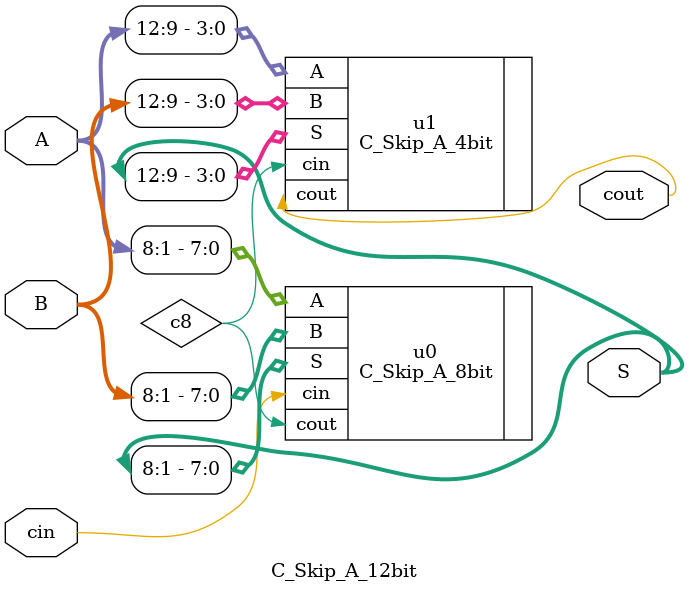
<source format=v>
module C_Skip_A_12bit #(
    parameter width=12
)(
    input wire [width:1] A,
    input wire [width:1] B,
    input wire cin,
    output wire [width:1] S,
    output wire cout
);

    wire c8;

    C_Skip_A_8bit #(.width(8)) u0 (
        .A(A[8:1]),
        .B(B[8:1]),
        .cin(cin),
        .S(S[8:1]),
        .cout(c8)
    );
    C_Skip_A_4bit #(.width(4)) u1 (
        .A(A[12:9]),
        .B(B[12:9]),
        .cin(c8),
        .S(S[12:9]),
        .cout(cout)
    );

endmodule

</source>
